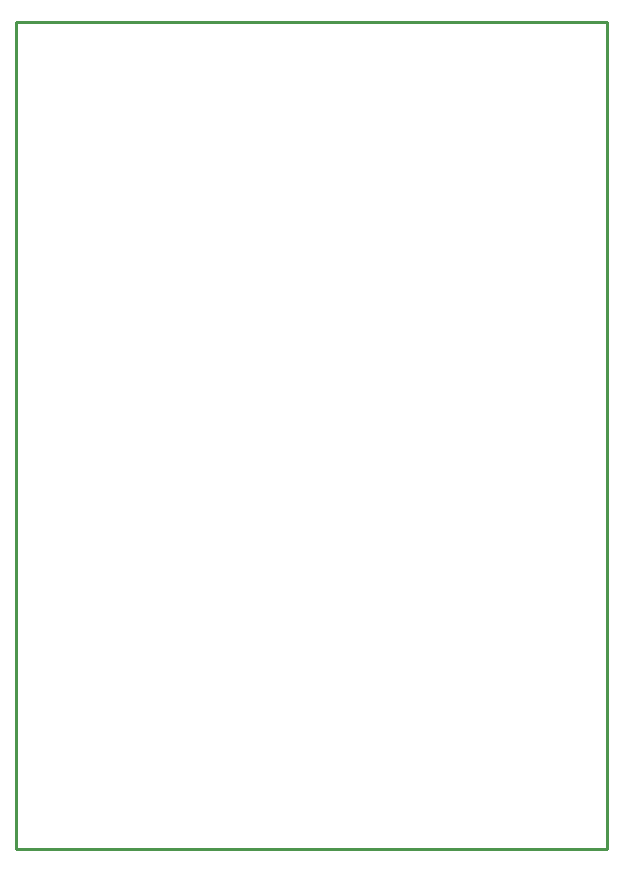
<source format=gm1>
G04 Layer_Color=16711935*
%FSLAX25Y25*%
%MOIN*%
G70*
G01*
G75*
%ADD44C,0.01000*%
D44*
X0Y0D02*
X196850D01*
Y275590D01*
X0D02*
X196850D01*
X0Y0D02*
Y275590D01*
M02*

</source>
